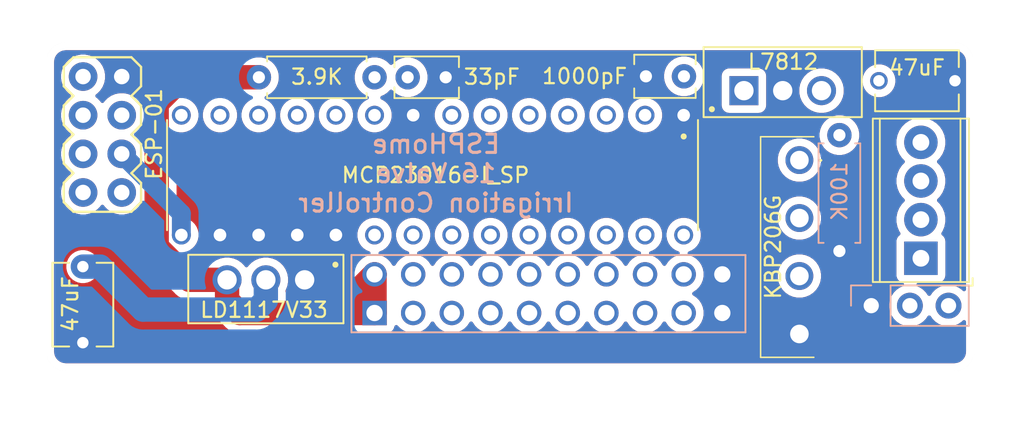
<source format=kicad_pcb>
(kicad_pcb (version 20171130) (host pcbnew "(5.1.12)-1")
  (layers (0 F.Cu signal) (1 In1.Cu signal) (2 In2.Cu signal) (31 B.Cu signal) (34 B.Paste user hide) (35 F.Paste user hide) (36 B.SilkS user) (37 F.SilkS user) (38 B.Mask user hide) (39 F.Mask user hide) (44 Edge.Cuts user))
  (net 0 "")
  (net 1 GND)
  (net 2 "Net-(BR1-Pad3)")
  (net 3 "Net-(BR1-Pad2)")
  (net 4 +24V)
  (net 5 "Net-(C2-Pad1)")
  (net 6 +5V)
  (net 7 "Net-(C4-Pad1)")
  (net 8 D16)
  (net 9 D15)
  (net 10 D14)
  (net 11 D13)
  (net 12 D12)
  (net 13 D11)
  (net 14 D10)
  (net 15 D9)
  (net 16 D8)
  (net 17 D7)
  (net 18 D6)
  (net 19 D5)
  (net 20 D4)
  (net 21 D3)
  (net 22 D2)
  (net 23 D1)
  (net 24 +3V3)
  (net 25 GPIO0)
  (net 26 GPIO2)
  (module "SnapEDA Library:ESP-01" (layer F.Cu) (at 122.301 119.333 270)
    (fp_text reference U3)
    (fp_text value ESP-01 (at -0.033 -3.399 90) (layer F.SilkS))
    (fp_line (start -4.445 2.54) (end -3.175 2.54) (layer F.SilkS) (width 0.1524))
    (fp_line (start -1.905 2.54) (end -0.635 2.54) (layer F.SilkS) (width 0.1524))
    (fp_line (start 0.635 2.54) (end 1.905 2.54) (layer F.SilkS) (width 0.1524))
    (fp_line (start 3.175 2.54) (end 4.445 2.54) (layer F.SilkS) (width 0.1524))
    (fp_line (start 5.08 -1.905) (end 5.08 1.905) (layer F.SilkS) (width 0.1524))
    (fp_line (start 4.445 -2.54) (end 5.08 -1.905) (layer F.SilkS) (width 0.1524))
    (fp_line (start 3.175 -2.54) (end 4.445 -2.54) (layer F.SilkS) (width 0.1524))
    (fp_line (start 2.54 -1.905) (end 3.175 -2.54) (layer F.SilkS) (width 0.1524))
    (fp_line (start 1.905 -2.54) (end 2.54 -1.905) (layer F.SilkS) (width 0.1524))
    (fp_line (start 0.635 -2.54) (end 1.905 -2.54) (layer F.SilkS) (width 0.1524))
    (fp_line (start 0 -1.905) (end 0.635 -2.54) (layer F.SilkS) (width 0.1524))
    (fp_line (start -0.635 -2.54) (end 0 -1.905) (layer F.SilkS) (width 0.1524))
    (fp_line (start -1.905 -2.54) (end -0.635 -2.54) (layer F.SilkS) (width 0.1524))
    (fp_line (start -2.54 -1.905) (end -1.905 -2.54) (layer F.SilkS) (width 0.1524))
    (fp_line (start -3.175 -2.54) (end -2.54 -1.905) (layer F.SilkS) (width 0.1524))
    (fp_line (start -4.445 -2.54) (end -3.175 -2.54) (layer F.SilkS) (width 0.1524))
    (fp_line (start -5.08 -1.905) (end -4.445 -2.54) (layer F.SilkS) (width 0.1524))
    (fp_line (start -5.08 1.905) (end -5.08 -1.905) (layer F.SilkS) (width 0.1524))
    (fp_line (start 4.445 2.54) (end 5.08 1.905) (layer F.SilkS) (width 0.1524))
    (fp_line (start 2.54 1.905) (end 3.175 2.54) (layer F.SilkS) (width 0.1524))
    (fp_line (start 1.905 2.54) (end 2.54 1.905) (layer F.SilkS) (width 0.1524))
    (fp_line (start 0 1.905) (end 0.635 2.54) (layer F.SilkS) (width 0.1524))
    (fp_line (start -0.635 2.54) (end 0 1.905) (layer F.SilkS) (width 0.1524))
    (fp_line (start -2.54 1.905) (end -1.905 2.54) (layer F.SilkS) (width 0.1524))
    (fp_line (start -3.175 2.54) (end -2.54 1.905) (layer F.SilkS) (width 0.1524))
    (fp_line (start -5.08 1.905) (end -4.445 2.54) (layer F.SilkS) (width 0.1524))
    (pad 8 thru_hole circle (at 3.81 -1.27 270) (size 1.8796 1.8796) (drill 1.016) (layers *.Cu *.Mask))
    (pad 7 thru_hole circle (at 3.81 1.27 270) (size 1.8796 1.8796) (drill 1.016) (layers *.Cu *.Mask) (net 24 +3V3))
    (pad 6 thru_hole circle (at 1.27 -1.27 270) (size 1.8796 1.8796) (drill 1.016) (layers *.Cu *.Mask) (net 25 GPIO0))
    (pad 5 thru_hole circle (at 1.27 1.27 270) (size 1.8796 1.8796) (drill 1.016) (layers *.Cu *.Mask))
    (pad 4 thru_hole circle (at -1.27 -1.27 270) (size 1.8796 1.8796) (drill 1.016) (layers *.Cu *.Mask) (net 26 GPIO2))
    (pad 3 thru_hole circle (at -1.27 1.27 270) (size 1.8796 1.8796) (drill 1.016) (layers *.Cu *.Mask) (net 24 +3V3))
    (pad 2 thru_hole circle (at -3.81 -1.27 270) (size 1.8796 1.8796) (drill 1.016) (layers *.Cu *.Mask) (net 1 GND))
    (pad 1 thru_hole circle (at -3.81 1.27 270) (size 1.8796 1.8796) (drill 1.016) (layers *.Cu *.Mask))
  )
  (module "SnapEDA Library:CAP_RDEC71E476MWK1H03B" (layer F.Cu) (at 121.01576 130.51536 90)
    (fp_text reference C3)
    (fp_text value 47uF (at 0.03556 -0.82296 90) (layer F.SilkS))
    (fp_line (start 2.75 2) (end -2.75 2) (layer F.SilkS) (width 0.127))
    (fp_line (start 2.75 -2) (end -2.75 -2) (layer F.SilkS) (width 0.127))
    (fp_line (start -2.75 -2) (end -2.75 -0.9) (layer F.SilkS) (width 0.127))
    (fp_line (start -2.75 0.9) (end -2.75 2) (layer F.SilkS) (width 0.127))
    (fp_line (start 2.75 -2) (end 2.75 -0.9) (layer F.SilkS) (width 0.127))
    (fp_line (start 2.75 0.9) (end 2.75 2) (layer F.SilkS) (width 0.127))
    (pad 2 thru_hole circle (at 2.5 0 90) (size 1.15 1.15) (drill 0.75) (layers *.Cu *.Mask) (net 24 +3V3))
    (pad 1 thru_hole circle (at -2.5 0 90) (size 1.15 1.15) (drill 0.75) (layers *.Cu *.Mask) (net 1 GND))
  )
  (module "SnapEDA Library:CAP_RDEC71E476MWK1H03B" (layer F.Cu) (at 175.8442 115.7986)
    (fp_text reference C2)
    (fp_text value 47uF (at 0 -0.8636) (layer F.SilkS))
    (fp_line (start 2.75 2) (end -2.75 2) (layer F.SilkS) (width 0.127))
    (fp_line (start 2.75 -2) (end -2.75 -2) (layer F.SilkS) (width 0.127))
    (fp_line (start -2.75 -2) (end -2.75 -0.9) (layer F.SilkS) (width 0.127))
    (fp_line (start -2.75 0.9) (end -2.75 2) (layer F.SilkS) (width 0.127))
    (fp_line (start 2.75 -2) (end 2.75 -0.9) (layer F.SilkS) (width 0.127))
    (fp_line (start 2.75 0.9) (end 2.75 2) (layer F.SilkS) (width 0.127))
    (pad 2 thru_hole circle (at 2.5 0) (size 1.15 1.15) (drill 0.75) (layers *.Cu *.Mask) (net 1 GND))
    (pad 1 thru_hole circle (at -2.5 0) (size 1.15 1.15) (drill 0.75) (layers *.Cu *.Mask) (net 5 "Net-(C2-Pad1)"))
  )
  (module "SnapEDA Library:SULLINS_PPPC102LFBN-RC" (layer B.Cu) (at 151.62 129.794 180)
    (fp_text reference J3 hide)
    (fp_text value "Relay Board" hide)
    (fp_line (start 12.95 2.54) (end -12.95 2.54) (layer B.SilkS) (width 0.127))
    (fp_line (start 12.95 -2.54) (end 12.95 2.54) (layer B.SilkS) (width 0.127))
    (fp_line (start -12.95 -2.54) (end 12.95 -2.54) (layer B.SilkS) (width 0.127))
    (fp_line (start -12.95 2.54) (end -12.95 -2.54) (layer B.SilkS) (width 0.127))
    (pad 20 thru_hole circle (at -11.43 1.27 180) (size 1.605 1.605) (drill 1.07) (layers *.Cu *.Mask) (net 1 GND))
    (pad 19 thru_hole circle (at -11.43 -1.27 180) (size 1.605 1.605) (drill 1.07) (layers *.Cu *.Mask) (net 1 GND))
    (pad 18 thru_hole circle (at -8.89 1.27 180) (size 1.605 1.605) (drill 1.07) (layers *.Cu *.Mask) (net 8 D16))
    (pad 17 thru_hole circle (at -8.89 -1.27 180) (size 1.605 1.605) (drill 1.07) (layers *.Cu *.Mask) (net 16 D8))
    (pad 16 thru_hole circle (at -6.35 1.27 180) (size 1.605 1.605) (drill 1.07) (layers *.Cu *.Mask) (net 9 D15))
    (pad 15 thru_hole circle (at -6.35 -1.27 180) (size 1.605 1.605) (drill 1.07) (layers *.Cu *.Mask) (net 17 D7))
    (pad 14 thru_hole circle (at -3.81 1.27 180) (size 1.605 1.605) (drill 1.07) (layers *.Cu *.Mask) (net 10 D14))
    (pad 13 thru_hole circle (at -3.81 -1.27 180) (size 1.605 1.605) (drill 1.07) (layers *.Cu *.Mask) (net 18 D6))
    (pad 12 thru_hole circle (at -1.27 1.27 180) (size 1.605 1.605) (drill 1.07) (layers *.Cu *.Mask) (net 11 D13))
    (pad 11 thru_hole circle (at -1.27 -1.27 180) (size 1.605 1.605) (drill 1.07) (layers *.Cu *.Mask) (net 19 D5))
    (pad 10 thru_hole circle (at 1.27 1.27 180) (size 1.605 1.605) (drill 1.07) (layers *.Cu *.Mask) (net 12 D12))
    (pad 9 thru_hole circle (at 1.27 -1.27 180) (size 1.605 1.605) (drill 1.07) (layers *.Cu *.Mask) (net 20 D4))
    (pad 8 thru_hole circle (at 3.81 1.27 180) (size 1.605 1.605) (drill 1.07) (layers *.Cu *.Mask) (net 13 D11))
    (pad 7 thru_hole circle (at 3.81 -1.27 180) (size 1.605 1.605) (drill 1.07) (layers *.Cu *.Mask) (net 21 D3))
    (pad 6 thru_hole circle (at 6.35 1.27 180) (size 1.605 1.605) (drill 1.07) (layers *.Cu *.Mask) (net 14 D10))
    (pad 5 thru_hole circle (at 6.35 -1.27 180) (size 1.605 1.605) (drill 1.07) (layers *.Cu *.Mask) (net 22 D2))
    (pad 4 thru_hole circle (at 8.89 1.27 180) (size 1.605 1.605) (drill 1.07) (layers *.Cu *.Mask) (net 15 D9))
    (pad 3 thru_hole circle (at 8.89 -1.27 180) (size 1.605 1.605) (drill 1.07) (layers *.Cu *.Mask) (net 23 D1))
    (pad 2 thru_hole circle (at 11.43 1.27 180) (size 1.605 1.605) (drill 1.07) (layers *.Cu *.Mask) (net 6 +5V))
    (pad 1 thru_hole rect (at 11.43 -1.27 180) (size 1.605 1.605) (drill 1.07) (layers *.Cu *.Mask) (net 6 +5V))
  )
  (module "SnapEDA Library:TO255P1020X450X1968-3" (layer F.Cu) (at 133.0452 129.4892 180)
    (fp_text reference U4 hide)
    (fp_text value LD1117V33 (at 0.11938 -1.3716 180) (layer F.SilkS))
    (fp_line (start -5.1 2.25) (end -5.1 -2.25) (layer F.SilkS) (width 0.127))
    (fp_line (start -5.1 -2.25) (end 5.1 -2.25) (layer F.SilkS) (width 0.127))
    (fp_line (start 5.1 2.25) (end -5.1 2.25) (layer F.SilkS) (width 0.127))
    (fp_line (start 5.1 -2.25) (end 5.1 2.25) (layer F.SilkS) (width 0.127))
    (fp_circle (center -4.572 1.6002) (end -4.472 1.6002) (layer F.SilkS) (width 0.2))
    (pad 1 thru_hole rect (at -2.55 0.605 180) (size 1.91 1.91) (drill 1.27) (layers *.Cu *.Mask) (net 1 GND))
    (pad 2 thru_hole circle (at 0 0.605 180) (size 1.91 1.91) (drill 1.27) (layers *.Cu *.Mask) (net 24 +3V3))
    (pad 3 thru_hole circle (at 2.55 0.605 180) (size 1.91 1.91) (drill 1.27) (layers *.Cu *.Mask) (net 6 +5V))
  )
  (module "SnapEDA Library:DIP787W46P254L3467H508Q28" (layer F.Cu) (at 144 122 270)
    (fp_text reference U5)
    (fp_text value MCP23016-I_SP (at 0 -0.2 180) (layer F.SilkS))
    (fp_circle (center -2.54 -16.51) (end -2.44 -16.51) (layer F.SilkS) (width 0.2))
    (fp_line (start -3.62 17.45) (end 3.62 17.45) (layer F.SilkS) (width 0.127))
    (fp_line (start -3.62 -17.45) (end 3.62 -17.45) (layer F.SilkS) (width 0.127))
    (pad 28 thru_hole circle (at 3.937 -16.51 270) (size 1.243 1.243) (drill 0.83) (layers *.Cu *.Mask) (net 8 D16))
    (pad 27 thru_hole circle (at 3.937 -13.97 270) (size 1.243 1.243) (drill 0.83) (layers *.Cu *.Mask) (net 9 D15))
    (pad 26 thru_hole circle (at 3.937 -11.43 270) (size 1.243 1.243) (drill 0.83) (layers *.Cu *.Mask) (net 10 D14))
    (pad 25 thru_hole circle (at 3.937 -8.89 270) (size 1.243 1.243) (drill 0.83) (layers *.Cu *.Mask) (net 11 D13))
    (pad 24 thru_hole circle (at 3.937 -6.35 270) (size 1.243 1.243) (drill 0.83) (layers *.Cu *.Mask) (net 12 D12))
    (pad 23 thru_hole circle (at 3.937 -3.81 270) (size 1.243 1.243) (drill 0.83) (layers *.Cu *.Mask) (net 13 D11))
    (pad 22 thru_hole circle (at 3.937 -1.27 270) (size 1.243 1.243) (drill 0.83) (layers *.Cu *.Mask) (net 14 D10))
    (pad 21 thru_hole circle (at 3.937 1.27 270) (size 1.243 1.243) (drill 0.83) (layers *.Cu *.Mask) (net 15 D9))
    (pad 20 thru_hole circle (at 3.937 3.81 270) (size 1.243 1.243) (drill 0.83) (layers *.Cu *.Mask))
    (pad 19 thru_hole circle (at 3.937 6.35 270) (size 1.243 1.243) (drill 0.83) (layers *.Cu *.Mask) (net 1 GND))
    (pad 18 thru_hole circle (at 3.937 8.89 270) (size 1.243 1.243) (drill 0.83) (layers *.Cu *.Mask) (net 1 GND))
    (pad 17 thru_hole circle (at 3.937 11.43 270) (size 1.243 1.243) (drill 0.83) (layers *.Cu *.Mask) (net 1 GND))
    (pad 16 thru_hole circle (at 3.937 13.97 270) (size 1.243 1.243) (drill 0.83) (layers *.Cu *.Mask) (net 1 GND))
    (pad 15 thru_hole circle (at 3.937 16.51 270) (size 1.243 1.243) (drill 0.83) (layers *.Cu *.Mask) (net 25 GPIO0))
    (pad 14 thru_hole circle (at -3.937 16.51 270) (size 1.243 1.243) (drill 0.83) (layers *.Cu *.Mask) (net 26 GPIO2))
    (pad 13 thru_hole circle (at -3.937 13.97 270) (size 1.243 1.243) (drill 0.83) (layers *.Cu *.Mask) (net 20 D4))
    (pad 12 thru_hole circle (at -3.937 11.43 270) (size 1.243 1.243) (drill 0.83) (layers *.Cu *.Mask) (net 21 D3))
    (pad 11 thru_hole circle (at -3.937 8.89 270) (size 1.243 1.243) (drill 0.83) (layers *.Cu *.Mask) (net 22 D2))
    (pad 10 thru_hole circle (at -3.937 6.35 270) (size 1.243 1.243) (drill 0.83) (layers *.Cu *.Mask))
    (pad 9 thru_hole circle (at -3.937 3.81 270) (size 1.243 1.243) (drill 0.83) (layers *.Cu *.Mask) (net 7 "Net-(C4-Pad1)"))
    (pad 8 thru_hole circle (at -3.937 1.27 270) (size 1.243 1.243) (drill 0.83) (layers *.Cu *.Mask) (net 1 GND))
    (pad 7 thru_hole circle (at -3.937 -1.27 270) (size 1.243 1.243) (drill 0.83) (layers *.Cu *.Mask) (net 23 D1))
    (pad 6 thru_hole circle (at -3.937 -3.81 270) (size 1.243 1.243) (drill 0.83) (layers *.Cu *.Mask))
    (pad 5 thru_hole circle (at -3.937 -6.35 270) (size 1.243 1.243) (drill 0.83) (layers *.Cu *.Mask) (net 16 D8))
    (pad 4 thru_hole circle (at -3.937 -8.89 270) (size 1.243 1.243) (drill 0.83) (layers *.Cu *.Mask) (net 17 D7))
    (pad 3 thru_hole circle (at -3.937 -11.43 270) (size 1.243 1.243) (drill 0.83) (layers *.Cu *.Mask) (net 18 D6))
    (pad 2 thru_hole circle (at -3.937 -13.97 270) (size 1.243 1.243) (drill 0.83) (layers *.Cu *.Mask) (net 19 D5))
    (pad 1 thru_hole rect (at -3.937 -16.51 270) (size 1.243 1.243) (drill 0.83) (layers *.Cu *.Mask) (net 1 GND))
  )
  (module "SnapEDA Library:TO255P1040X460X1968-3" (layer F.Cu) (at 164.47008 116.44884)
    (fp_text reference U1)
    (fp_text value L7812 (at 2.5715 -1.894 180) (layer F.SilkS))
    (fp_circle (center -2.1082 1.2192) (end -2.0082 1.2192) (layer F.SilkS) (width 0.2))
    (fp_line (start 7.75 1.74) (end -2.65 1.74) (layer F.SilkS) (width 0.127))
    (fp_line (start 7.75 -2.86) (end 7.75 1.74) (layer F.SilkS) (width 0.127))
    (fp_line (start -2.65 -2.86) (end 7.75 -2.86) (layer F.SilkS) (width 0.127))
    (fp_line (start -2.65 1.74) (end -2.65 -2.86) (layer F.SilkS) (width 0.127))
    (pad 3 thru_hole circle (at 5.1 0) (size 1.91 1.91) (drill 1.27) (layers *.Cu *.Mask) (net 5 "Net-(C2-Pad1)"))
    (pad 2 thru_hole circle (at 2.55 0) (size 1.91 1.91) (drill 1.27) (layers *.Cu *.Mask) (net 1 GND))
    (pad 1 thru_hole rect (at 0 0) (size 1.91 1.91) (drill 1.27) (layers *.Cu *.Mask) (net 4 +24V))
  )
  (module TerminalBlock_Phoenix:TerminalBlock_Phoenix_MPT-0,5-4-2.54_1x04_P2.54mm_Horizontal (layer F.Cu) (at 176.10328 127.46736 90)
    (fp_text reference J1 hide)
    (fp_text value "AC In/Out" hide)
    (fp_line (start -1.56 2.6) (end 9.18 2.6) (layer F.SilkS) (width 0.12))
    (fp_line (start -1.56 -2.7) (end 9.18 -2.7) (layer F.SilkS) (width 0.12))
    (fp_line (start -1.56 -3.16) (end 9.18 -3.16) (layer F.SilkS) (width 0.12))
    (fp_line (start -1.56 3.16) (end 9.18 3.16) (layer F.SilkS) (width 0.12))
    (fp_line (start -1.56 -3.16) (end -1.56 3.16) (layer F.SilkS) (width 0.12))
    (fp_line (start 9.18 -3.16) (end 9.18 3.16) (layer F.SilkS) (width 0.12))
    (fp_line (start -1.8 2.66) (end -1.8 3.4) (layer F.SilkS) (width 0.12))
    (fp_line (start -1.8 3.4) (end -1.3 3.4) (layer F.SilkS) (width 0.12))
    (pad 4 thru_hole circle (at 7.62 0 90) (size 2.2 2.2) (drill 1.1) (layers *.Cu *.Mask) (net 3 "Net-(BR1-Pad2)"))
    (pad 3 thru_hole circle (at 5.08 0 90) (size 2.2 2.2) (drill 1.1) (layers *.Cu *.Mask) (net 2 "Net-(BR1-Pad3)"))
    (pad 2 thru_hole circle (at 2.54 0 90) (size 2.2 2.2) (drill 1.1) (layers *.Cu *.Mask) (net 3 "Net-(BR1-Pad2)"))
    (pad 1 thru_hole rect (at 0 0 90) (size 2.2 2.2) (drill 1.1) (layers *.Cu *.Mask) (net 2 "Net-(BR1-Pad3)"))
  )
  (module Capacitor_THT:C_Disc_D3.8mm_W2.6mm_P2.50mm (layer F.Cu) (at 160.528 115.5065 180)
    (fp_text reference C1)
    (fp_text value 1000pF (at 6.528 0.0065 180) (layer F.SilkS))
    (fp_line (start -0.77 -1.42) (end 3.27 -1.42) (layer F.SilkS) (width 0.12))
    (fp_line (start -0.77 1.42) (end 3.27 1.42) (layer F.SilkS) (width 0.12))
    (fp_line (start -0.77 -1.42) (end -0.77 -0.795) (layer F.SilkS) (width 0.12))
    (fp_line (start -0.77 0.795) (end -0.77 1.42) (layer F.SilkS) (width 0.12))
    (fp_line (start 3.27 -1.42) (end 3.27 -0.795) (layer F.SilkS) (width 0.12))
    (fp_line (start 3.27 0.795) (end 3.27 1.42) (layer F.SilkS) (width 0.12))
    (pad 2 thru_hole circle (at 2.5 0 180) (size 1.6 1.6) (drill 0.8) (layers *.Cu *.Mask) (net 1 GND))
    (pad 1 thru_hole circle (at 0 0 180) (size 1.6 1.6) (drill 0.8) (layers *.Cu *.Mask) (net 4 +24V))
  )
  (module Resistor_THT:R_Axial_DIN0207_L6.3mm_D2.5mm_P7.62mm_Horizontal (layer F.Cu) (at 132.588 115.57)
    (fp_text reference R2)
    (fp_text value 3.9K (at 3.812 -0.03) (layer F.SilkS))
    (fp_line (start 7.08 1.37) (end 7.08 1.04) (layer F.SilkS) (width 0.12))
    (fp_line (start 0.54 1.37) (end 7.08 1.37) (layer F.SilkS) (width 0.12))
    (fp_line (start 0.54 1.04) (end 0.54 1.37) (layer F.SilkS) (width 0.12))
    (fp_line (start 7.08 -1.37) (end 7.08 -1.04) (layer F.SilkS) (width 0.12))
    (fp_line (start 0.54 -1.37) (end 7.08 -1.37) (layer F.SilkS) (width 0.12))
    (fp_line (start 0.54 -1.04) (end 0.54 -1.37) (layer F.SilkS) (width 0.12))
    (pad 2 thru_hole oval (at 7.602 0) (size 1.6 1.6) (drill 0.8) (layers *.Cu *.Mask) (net 7 "Net-(C4-Pad1)"))
    (pad 1 thru_hole circle (at 0 0) (size 1.6 1.6) (drill 0.8) (layers *.Cu *.Mask) (net 6 +5V))
  )
  (module Resistor_THT:R_Axial_DIN0207_L6.3mm_D2.5mm_P7.62mm_Horizontal (layer B.Cu) (at 170.74642 119.37238 270)
    (fp_text reference R1 hide)
    (fp_text value 100K (at 3.7 -0.004 90) (layer B.SilkS) (effects (justify mirror)))
    (fp_line (start 0.54 1.04) (end 0.54 1.37) (layer B.SilkS) (width 0.12))
    (fp_line (start 0.54 1.37) (end 7.08 1.37) (layer B.SilkS) (width 0.12))
    (fp_line (start 7.08 1.37) (end 7.08 1.04) (layer B.SilkS) (width 0.12))
    (fp_line (start 0.54 -1.04) (end 0.54 -1.37) (layer B.SilkS) (width 0.12))
    (fp_line (start 0.54 -1.37) (end 7.08 -1.37) (layer B.SilkS) (width 0.12))
    (fp_line (start 7.08 -1.37) (end 7.08 -1.04) (layer B.SilkS) (width 0.12))
    (pad 1 thru_hole circle (at 0 0 270) (size 1.6 1.6) (drill 0.8) (layers *.Cu *.Mask) (net 4 +24V))
    (pad 2 thru_hole oval (at 7.62 0 270) (size 1.6 1.6) (drill 0.8) (layers *.Cu *.Mask) (net 1 GND))
  )
  (module Connector_PinHeader_2.54mm:PinHeader_1x03_P2.54mm_Vertical (layer B.Cu) (at 172.83938 130.5814 270)
    (fp_text reference J2 hide)
    (fp_text value "Relay Board" hide)
    (fp_line (start -1.33 1.33) (end 0 1.33) (layer B.SilkS) (width 0.12))
    (fp_line (start -1.33 0) (end -1.33 1.33) (layer B.SilkS) (width 0.12))
    (fp_line (start -1.33 -1.27) (end 1.33 -1.27) (layer B.SilkS) (width 0.12))
    (fp_line (start 1.33 -1.27) (end 1.33 -6.41) (layer B.SilkS) (width 0.12))
    (fp_line (start -1.33 -1.27) (end -1.33 -6.41) (layer B.SilkS) (width 0.12))
    (fp_line (start -1.33 -6.41) (end 1.33 -6.41) (layer B.SilkS) (width 0.12))
    (pad 3 thru_hole oval (at 0 -5.08 270) (size 1.7 1.7) (drill 1) (layers *.Cu *.Mask) (net 5 "Net-(C2-Pad1)"))
    (pad 2 thru_hole oval (at 0 -2.54 270) (size 1.7 1.7) (drill 1) (layers *.Cu *.Mask))
    (pad 1 thru_hole rect (at 0 0 270) (size 1.7 1.7) (drill 1) (layers *.Cu *.Mask) (net 1 GND))
  )
  (module Capacitor_THT:C_Rect_L4.0mm_W2.5mm_P2.50mm (layer F.Cu) (at 142.367 115.57)
    (fp_text reference C4)
    (fp_text value 33pF (at 5.533 -0.03) (layer F.SilkS))
    (fp_line (start 3.37 0.665) (end 3.37 1.37) (layer F.SilkS) (width 0.12))
    (fp_line (start 3.37 -1.37) (end 3.37 -0.665) (layer F.SilkS) (width 0.12))
    (fp_line (start -0.87 0.665) (end -0.87 1.37) (layer F.SilkS) (width 0.12))
    (fp_line (start -0.87 -1.37) (end -0.87 -0.665) (layer F.SilkS) (width 0.12))
    (fp_line (start -0.87 1.37) (end 3.37 1.37) (layer F.SilkS) (width 0.12))
    (fp_line (start -0.87 -1.37) (end 3.37 -1.37) (layer F.SilkS) (width 0.12))
    (pad 2 thru_hole circle (at 2.5 0) (size 1.6 1.6) (drill 0.8) (layers *.Cu *.Mask) (net 1 GND))
    (pad 1 thru_hole circle (at 0 0) (size 1.6 1.6) (drill 0.8) (layers *.Cu *.Mask) (net 7 "Net-(C4-Pad1)"))
  )
  (module "SnapEDA Library:KBP206G" (layer F.Cu) (at 167.56634 126.72822 270)
    (fp_text reference BR1 hide)
    (fp_text value KBP206G (at 0 1.1765 90) (layer F.SilkS))
    (fp_line (start -5.7 -2) (end -5.7 -2) (layer F.SilkS) (width 0.1))
    (fp_line (start -5.7 -1.9) (end -5.7 -1.9) (layer F.SilkS) (width 0.1))
    (fp_line (start 7.25 2) (end 7.25 -1.5) (layer F.SilkS) (width 0.1))
    (fp_line (start -7.25 2) (end 7.25 2) (layer F.SilkS) (width 0.1))
    (fp_line (start -7.25 -1.5) (end -7.25 2) (layer F.SilkS) (width 0.1))
    (fp_arc (start -5.7 -1.95) (end -5.7 -1.9) (angle -180) (layer F.SilkS) (width 0.1))
    (fp_arc (start -5.7 -1.95) (end -5.7 -2) (angle -180) (layer F.SilkS) (width 0.1))
    (pad 4 thru_hole circle (at 5.715 -0.55 270) (size 1.83 1.83) (drill 1.22) (layers *.Cu *.Mask) (net 1 GND))
    (pad 3 thru_hole circle (at 1.905 -0.55 270) (size 1.83 1.83) (drill 1.22) (layers *.Cu *.Mask) (net 2 "Net-(BR1-Pad3)"))
    (pad 2 thru_hole circle (at -1.905 -0.55 270) (size 1.83 1.83) (drill 1.22) (layers *.Cu *.Mask) (net 3 "Net-(BR1-Pad2)"))
    (pad 1 thru_hole circle (at -5.715 -0.55 270) (size 1.83 1.83) (drill 1.22) (layers *.Cu *.Mask) (net 4 +24V))
  )
  (gr_text "ESPHome\n 16 Valve \nIrrigation Controller" (at 144.2212 121.8946) (layer B.SilkS) (effects (font (size 1.2 1.2) (thickness 0.2)) (justify mirror)))
  (gr_arc (start 119.888 114.554) (end 119.888 113.284) (angle -90) (layer Edge.Cuts) (width 0.00127))
  (gr_arc (start 119.888 133.604) (end 118.618 133.604) (angle -90) (layer Edge.Cuts) (width 0.00127))
  (gr_arc (start 178.308 133.604) (end 178.308 134.874) (angle -90) (layer Edge.Cuts) (width 0.00127))
  (gr_arc (start 178.308 114.554) (end 179.578 114.554) (angle -90) (layer Edge.Cuts) (width 0.00127))
  (gr_line (start 179.578 114.554) (end 179.578 133.604) (layer Edge.Cuts) (width 0.00127))
  (gr_line (start 119.888 113.284) (end 178.308 113.284) (layer Edge.Cuts) (width 0.00127))
  (gr_line (start 118.618 133.604) (end 118.618 114.554) (layer Edge.Cuts) (width 0.00127))
  (gr_line (start 178.308 134.874) (end 119.888 134.874) (layer Edge.Cuts) (width 0.00127))
  (segment (start 127.583178 115.57) (end 132.588 115.57) (width 1.6) (layer F.Cu) (net 6))
  (segment (start 125.868499 117.284679) (end 127.583178 115.57) (width 1.6) (layer F.Cu) (net 6))
  (segment (start 125.868499 126.715321) (end 125.868499 117.284679) (width 1.6) (layer F.Cu) (net 6))
  (segment (start 128.037378 128.8842) (end 125.868499 126.715321) (width 1.6) (layer F.Cu) (net 6))
  (segment (start 130.4952 128.8842) (end 128.037378 128.8842) (width 1.6) (layer F.Cu) (net 6))
  (segment (start 130.4952 130.234773) (end 131.324427 131.064) (width 1.6) (layer F.Cu) (net 6))
  (segment (start 130.4952 128.8842) (end 130.4952 130.234773) (width 1.6) (layer F.Cu) (net 6))
  (segment (start 140.19 128.524) (end 140.19 131.064) (width 1.6) (layer F.Cu) (net 6))
  (segment (start 137.8204 130.8936) (end 137.8204 131.064) (width 1.6) (layer F.Cu) (net 6))
  (segment (start 140.19 128.524) (end 137.8204 130.8936) (width 1.6) (layer F.Cu) (net 6))
  (segment (start 137.8204 131.064) (end 140.19 131.064) (width 1.6) (layer F.Cu) (net 6))
  (segment (start 131.324427 131.064) (end 137.8204 131.064) (width 1.6) (layer F.Cu) (net 6))
  (segment (start 122.14713 128.01536) (end 121.01576 128.01536) (width 1.6) (layer B.Cu) (net 24))
  (segment (start 124.970971 130.839201) (end 122.14713 128.01536) (width 1.6) (layer B.Cu) (net 24))
  (segment (start 132.440772 130.839201) (end 124.970971 130.839201) (width 1.6) (layer B.Cu) (net 24))
  (segment (start 133.0452 130.234773) (end 132.440772 130.839201) (width 1.6) (layer B.Cu) (net 24))
  (segment (start 133.0452 128.8842) (end 133.0452 130.234773) (width 1.6) (layer B.Cu) (net 24))
  (segment (start 127.49 124.522) (end 123.571 120.603) (width 1.243) (layer B.Cu) (net 25))
  (segment (start 127.49 125.937) (end 127.49 124.522) (width 1.243) (layer B.Cu) (net 25))
  (zone (net 1) (net_name GND) (layer F.Cu) (connect_pads yes (clearance 0.508)) (min_thickness 0.254) (fill yes (arc_segments 32) (thermal_gap 0.508) (thermal_bridge_width 0.508))
    (polygon (pts (xy 182.88 138.43) (xy 115.57 138.43) (xy 115.57 110.49) (xy 182.88 110.49)))
  )
  (zone (net 1) (net_name GND) (layer B.Cu) (connect_pads yes (clearance 0.508)) (min_thickness 0.254) (fill yes (arc_segments 32) (thermal_gap 0.508) (thermal_bridge_width 0.508))
    (polygon (pts (xy 182.88 138.43) (xy 115.57 138.43) (xy 115.57 110.49) (xy 182.88 110.49)))
  )
)
</source>
